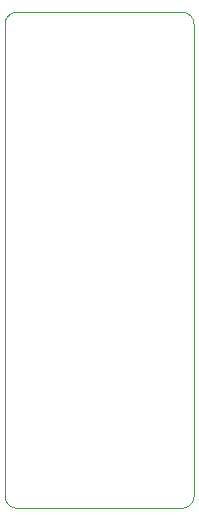
<source format=gbr>
%TF.GenerationSoftware,KiCad,Pcbnew,5.99.0-unknown-8eca23aabe~115~ubuntu20.04.1*%
%TF.CreationDate,2021-02-02T12:30:47+00:00*%
%TF.ProjectId,31pin_lcd_breakout,33317069-6e5f-46c6-9364-5f627265616b,rev?*%
%TF.SameCoordinates,Original*%
%TF.FileFunction,Profile,NP*%
%FSLAX46Y46*%
G04 Gerber Fmt 4.6, Leading zero omitted, Abs format (unit mm)*
G04 Created by KiCad (PCBNEW 5.99.0-unknown-8eca23aabe~115~ubuntu20.04.1) date 2021-02-02 12:30:47*
%MOMM*%
%LPD*%
G01*
G04 APERTURE LIST*
%TA.AperFunction,Profile*%
%ADD10C,0.050000*%
%TD*%
G04 APERTURE END LIST*
D10*
X142000000Y-56000000D02*
G75*
G02*
X143000000Y-55000000I1000000J0D01*
G01*
X142000000Y-96000000D02*
X142000000Y-56000000D01*
X158000003Y-96000003D02*
G75*
G02*
X157000000Y-97000000I-1000000J3D01*
G01*
X143000000Y-97000000D02*
G75*
G02*
X142000000Y-96000000I0J1000000D01*
G01*
X143000000Y-55000000D02*
X157000000Y-55000000D01*
X157000000Y-55000000D02*
G75*
G02*
X158000000Y-56000000I0J-1000000D01*
G01*
X158000000Y-56000000D02*
X158000000Y-96000000D01*
X157000000Y-97000000D02*
X143000000Y-97000000D01*
M02*

</source>
